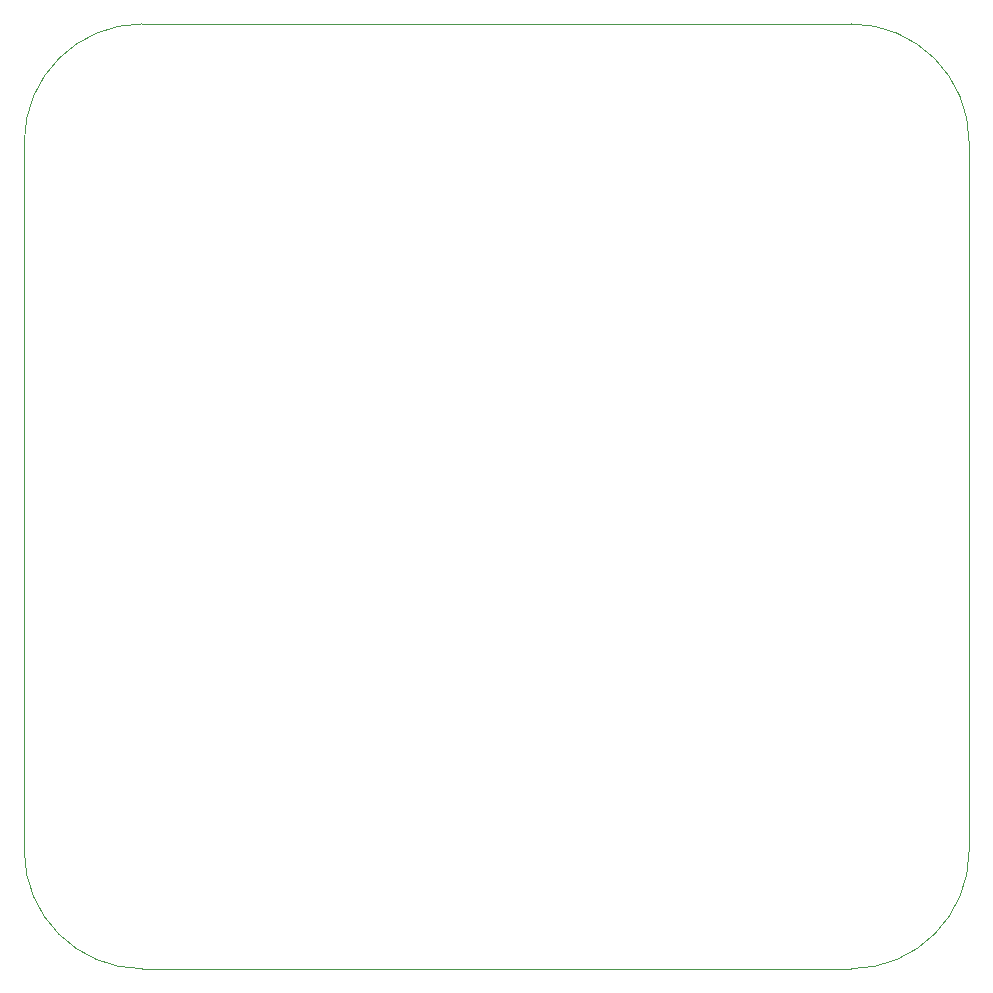
<source format=gko>
G04*
G04 #@! TF.GenerationSoftware,Altium Limited,Altium Designer,25.3.3 (18)*
G04*
G04 Layer_Color=16711935*
%FSLAX43Y43*%
%MOMM*%
G71*
G04*
G04 #@! TF.SameCoordinates,3DA135E0-A4FD-4886-9DC2-4B5DFDF801B2*
G04*
G04*
G04 #@! TF.FilePolarity,Positive*
G04*
G01*
G75*
%ADD94C,0.100*%
D94*
X0Y10000D02*
G03*
X10000Y0I10000J0D01*
G01*
X70000D02*
G03*
X80000Y10000I0J10000D01*
G01*
Y70000D02*
G03*
X70000Y80000I-10000J0D01*
G01*
X10000D02*
G03*
X0Y70000I0J-10000D01*
G01*
X10000Y0D02*
X70000D01*
X80000Y10000D02*
Y70000D01*
X10000Y80000D02*
X70000D01*
X0Y10000D02*
Y70000D01*
M02*

</source>
